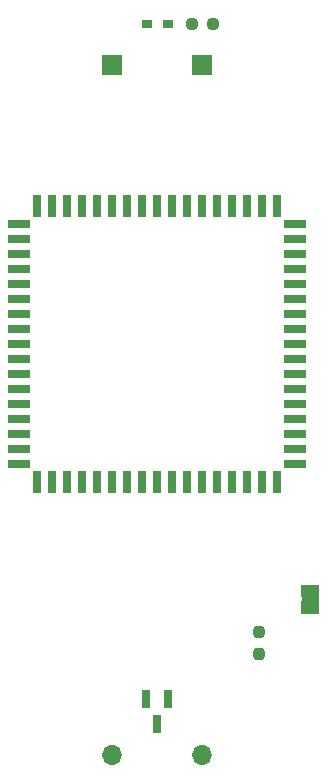
<source format=gbr>
G04 #@! TF.GenerationSoftware,KiCad,Pcbnew,9.0.6-9.0.6~ubuntu25.10.1*
G04 #@! TF.CreationDate,2025-12-01T20:39:10+09:00*
G04 #@! TF.ProjectId,bionic-z280,62696f6e-6963-42d7-9a32-38302e6b6963,1*
G04 #@! TF.SameCoordinates,Original*
G04 #@! TF.FileFunction,Soldermask,Top*
G04 #@! TF.FilePolarity,Negative*
%FSLAX46Y46*%
G04 Gerber Fmt 4.6, Leading zero omitted, Abs format (unit mm)*
G04 Created by KiCad (PCBNEW 9.0.6-9.0.6~ubuntu25.10.1) date 2025-12-01 20:39:10*
%MOMM*%
%LPD*%
G01*
G04 APERTURE LIST*
G04 Aperture macros list*
%AMRoundRect*
0 Rectangle with rounded corners*
0 $1 Rounding radius*
0 $2 $3 $4 $5 $6 $7 $8 $9 X,Y pos of 4 corners*
0 Add a 4 corners polygon primitive as box body*
4,1,4,$2,$3,$4,$5,$6,$7,$8,$9,$2,$3,0*
0 Add four circle primitives for the rounded corners*
1,1,$1+$1,$2,$3*
1,1,$1+$1,$4,$5*
1,1,$1+$1,$6,$7*
1,1,$1+$1,$8,$9*
0 Add four rect primitives between the rounded corners*
20,1,$1+$1,$2,$3,$4,$5,0*
20,1,$1+$1,$4,$5,$6,$7,0*
20,1,$1+$1,$6,$7,$8,$9,0*
20,1,$1+$1,$8,$9,$2,$3,0*%
%AMFreePoly0*
4,1,6,1.000000,0.000000,0.500000,-0.750000,-0.500000,-0.750000,-0.500000,0.750000,0.500000,0.750000,1.000000,0.000000,1.000000,0.000000,$1*%
%AMFreePoly1*
4,1,6,0.500000,-0.750000,-0.650000,-0.750000,-0.150000,0.000000,-0.650000,0.750000,0.500000,0.750000,0.500000,-0.750000,0.500000,-0.750000,$1*%
G04 Aperture macros list end*
%ADD10R,0.965200X0.762000*%
%ADD11R,0.660400X1.625600*%
%ADD12RoundRect,0.237500X-0.250000X-0.237500X0.250000X-0.237500X0.250000X0.237500X-0.250000X0.237500X0*%
%ADD13FreePoly0,270.000000*%
%ADD14FreePoly1,270.000000*%
%ADD15RoundRect,0.237500X0.237500X-0.250000X0.237500X0.250000X-0.237500X0.250000X-0.237500X-0.250000X0*%
%ADD16R,0.700000X1.910000*%
%ADD17R,1.910000X0.700000*%
%ADD18O,1.700000X1.700000*%
%ADD19R,1.700000X1.700000*%
G04 APERTURE END LIST*
G36*
X127404000Y-119104000D02*
G01*
X125904000Y-119104000D01*
X125904000Y-121554000D01*
X127404000Y-121554000D01*
X127404000Y-119104000D01*
G37*
D10*
X114576300Y-71600200D03*
X112823700Y-71600200D03*
D11*
X114639801Y-128699400D03*
X112739799Y-128699400D03*
X113689800Y-130831400D03*
D12*
X116597500Y-71600200D03*
X118422500Y-71600200D03*
D13*
X126654000Y-119604000D03*
D14*
X126654000Y-121054000D03*
D15*
X122336000Y-124887500D03*
X122336000Y-123062500D03*
D16*
X113674600Y-86985100D03*
X112404600Y-86985100D03*
X111134600Y-86985100D03*
X109864600Y-86985100D03*
X108594600Y-86985100D03*
X107324600Y-86985100D03*
X106054600Y-86985100D03*
X104784600Y-86985100D03*
X103514600Y-86985100D03*
D17*
X101994600Y-88505100D03*
X101994600Y-89775100D03*
X101994600Y-91045100D03*
X101994600Y-92315100D03*
X101994600Y-93585100D03*
X101994600Y-94855100D03*
X101994600Y-96125100D03*
X101994600Y-97395100D03*
X101994600Y-98665100D03*
X101994600Y-99935100D03*
X101994600Y-101205100D03*
X101994600Y-102475100D03*
X101994600Y-103745100D03*
X101994600Y-105015100D03*
X101994600Y-106285100D03*
X101994600Y-107555100D03*
X101994600Y-108825100D03*
D16*
X103514600Y-110345100D03*
X104784600Y-110345100D03*
X106054600Y-110345100D03*
X107324600Y-110345100D03*
X108594600Y-110345100D03*
X109864600Y-110345100D03*
X111134600Y-110345100D03*
X112404600Y-110345100D03*
X113674600Y-110345100D03*
X114944600Y-110345100D03*
X116214600Y-110345100D03*
X117484600Y-110345100D03*
X118754600Y-110345100D03*
X120024600Y-110345100D03*
X121294600Y-110345100D03*
X122564600Y-110345100D03*
X123834600Y-110345100D03*
D17*
X125354600Y-108825100D03*
X125354600Y-107555100D03*
X125354600Y-106285100D03*
X125354600Y-105015100D03*
X125354600Y-103745100D03*
X125354600Y-102475100D03*
X125354600Y-101205100D03*
X125354600Y-99935100D03*
X125354600Y-98665100D03*
X125354600Y-97395100D03*
X125354600Y-96125100D03*
X125354600Y-94855100D03*
X125354600Y-93585100D03*
X125354600Y-92315100D03*
X125354600Y-91045100D03*
X125354600Y-89775100D03*
X125354600Y-88505100D03*
D16*
X123834600Y-86985100D03*
X122564600Y-86985100D03*
X121294600Y-86985100D03*
X120024600Y-86985100D03*
X118754600Y-86985100D03*
X117484600Y-86985100D03*
X116214600Y-86985100D03*
X114944600Y-86985100D03*
D18*
X117510000Y-133500000D03*
D19*
X117510000Y-75080000D03*
X109890000Y-75080000D03*
D18*
X109890000Y-133500000D03*
M02*

</source>
